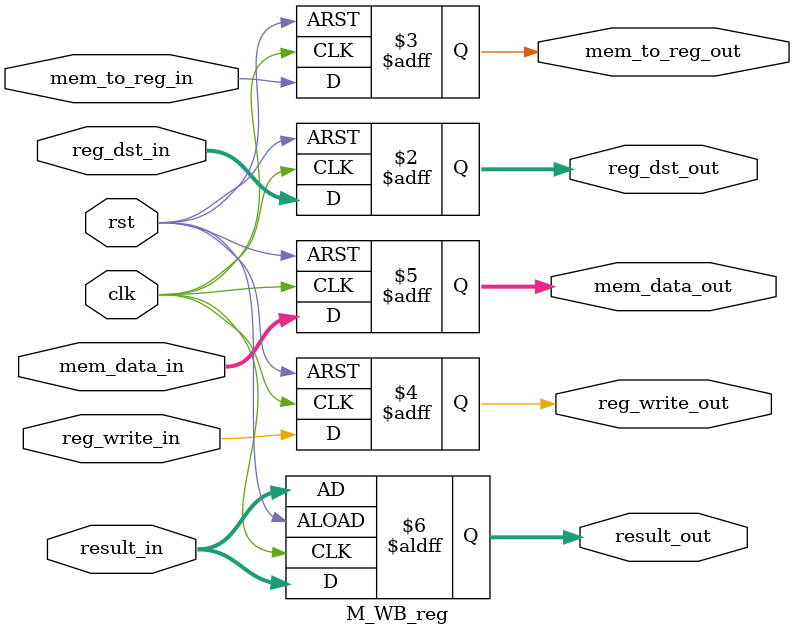
<source format=v>
`timescale 1ns/ 1ns
module IF_ID_reg(input clk, rst, wen, input[31 : 0] pc_in, inst_in, output reg [31 : 0] pc_out, inst_out, input flush);
  always @(posedge clk, posedge rst)begin
    if(rst | flush) begin
      pc_out <= 0;
      inst_out <= 0;
    end
    else if(wen) begin
      pc_out <= pc_in;
      inst_out <= inst_in;
    end
  end
  //wen write enable
endmodule


module ID_EX_reg(input clk, rst, controller_enable, input [31 : 0] reg1_read_in, reg2_read_in, mem_address_in,
                input [4 : 0] rt_in, rd_in, rs_in, 
                input alusrc_in, regdst_in, mem_read_in, mem_write_in, reg_write_in, mem_to_reg_in,
                input [2 : 0] alu_op_in ,
                output reg [2 : 0] alu_op_out ,
                output reg [31 : 0] reg1_read_out, reg2_read_out, mem_address_out,
                output reg [4 : 0] rt_out, rd_out, rs_out, 
                output reg alusrc_out, regdst_out, mem_read_out,
                output reg mem_write_out, reg_write_out, mem_to_reg_out);
   
   always@(posedge clk,posedge rst)begin
     if (rst)begin
      alu_op_out <= 0;
      reg1_read_out <= 0;
      reg2_read_out <= 0;
      mem_address_out <= 0;
      rt_out <= 0;
      rd_out <= 0;
      rs_out <= 0;
      alusrc_out <= 0;
      regdst_out <= 0;
      mem_read_out <= 0;
      mem_write_out <= 0;
      reg_write_out <= 0 ;
      mem_to_reg_out <= 0;
    end
    
  else begin
      alu_op_out <= alu_op_in;
      reg1_read_out <= reg1_read_in;
      reg2_read_out <= reg2_read_in;
      mem_address_out <= mem_address_in;
      rt_out <= rt_in;
      rd_out <= rd_in;
      rs_out <= rs_in;
      alusrc_out <= controller_enable ? alusrc_in : 0;
      regdst_out <= controller_enable ? regdst_in : 0;
      mem_read_out <= controller_enable ? mem_read_in : 0;
      mem_write_out <= controller_enable ? mem_write_in : 0;
      reg_write_out <= controller_enable ? reg_write_in : 0;
      mem_to_reg_out <=  controller_enable ? mem_to_reg_in : 0;
    end
end
endmodule


module EX_M_reg(input clk, rst, input [31 : 0] result_in, mem_address_in,
                input [4 : 0] reg_dst_in, 
                input mem_read_in, mem_write_in, reg_write_in, mem_to_reg_in,
                output reg [31 : 0] result_out, mem_address_out,
                output reg [4 : 0] reg_dst_out, 
                output reg mem_read_out,
                output reg mem_write_out, reg_write_out, mem_to_reg_out);
   
   always@(posedge clk,posedge rst)begin
     if (rst)begin
      result_out <= 0 ;
      mem_address_out <= 0;
      reg_dst_out <= 0 ;
      mem_read_out <= 0;
      mem_write_out <= 0;
      reg_write_out <= 0 ;
      mem_to_reg_out <= 0;
    end
    
  else begin
      result_out <= result_in;
      mem_address_out <= mem_address_in;
      reg_dst_out <= reg_dst_in;
      mem_read_out <= mem_read_in;
      mem_write_out <= mem_write_in;
      reg_write_out <= reg_write_in  ;
      mem_to_reg_out <=  mem_to_reg_in;
    end
  end
endmodule


module M_WB_reg(input clk, rst,
		input[31 : 0] mem_data_in, result_in, 
		input[4 : 0] reg_dst_in,
  		input reg_write_in, mem_to_reg_in,
  		output reg [4 : 0] reg_dst_out, 
		output reg mem_to_reg_out, reg_write_out, 
		output reg [31 : 0] mem_data_out, result_out);
   always@(posedge clk,posedge rst)begin
     if (rst)begin 
      result_out <= result_in;
      mem_data_out <= 0;
      reg_dst_out <= 0;
      reg_write_out <= 0;
      mem_to_reg_out <= 0;
    end
    
  else begin
      mem_data_out <= mem_data_in;
      result_out <= result_in;
      reg_dst_out <= reg_dst_in;
      reg_write_out <= reg_write_in;
      mem_to_reg_out <=  mem_to_reg_in;
    end
  end
endmodule

</source>
